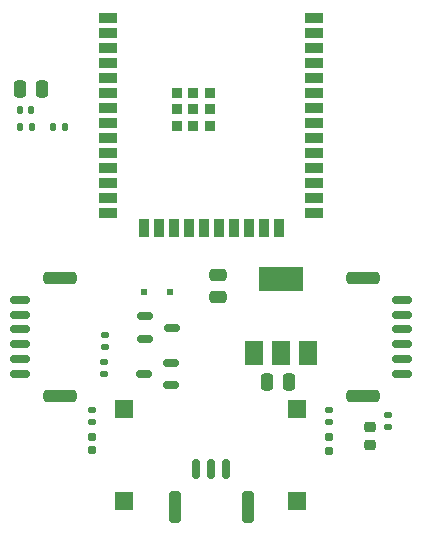
<source format=gbr>
%TF.GenerationSoftware,KiCad,Pcbnew,6.0.10-86aedd382b~118~ubuntu22.04.1*%
%TF.CreationDate,2023-02-07T20:32:30+01:00*%
%TF.ProjectId,mainBoard,6d61696e-426f-4617-9264-2e6b69636164,rev?*%
%TF.SameCoordinates,Original*%
%TF.FileFunction,Paste,Top*%
%TF.FilePolarity,Positive*%
%FSLAX46Y46*%
G04 Gerber Fmt 4.6, Leading zero omitted, Abs format (unit mm)*
G04 Created by KiCad (PCBNEW 6.0.10-86aedd382b~118~ubuntu22.04.1) date 2023-02-07 20:32:30*
%MOMM*%
%LPD*%
G01*
G04 APERTURE LIST*
G04 Aperture macros list*
%AMRoundRect*
0 Rectangle with rounded corners*
0 $1 Rounding radius*
0 $2 $3 $4 $5 $6 $7 $8 $9 X,Y pos of 4 corners*
0 Add a 4 corners polygon primitive as box body*
4,1,4,$2,$3,$4,$5,$6,$7,$8,$9,$2,$3,0*
0 Add four circle primitives for the rounded corners*
1,1,$1+$1,$2,$3*
1,1,$1+$1,$4,$5*
1,1,$1+$1,$6,$7*
1,1,$1+$1,$8,$9*
0 Add four rect primitives between the rounded corners*
20,1,$1+$1,$2,$3,$4,$5,0*
20,1,$1+$1,$4,$5,$6,$7,0*
20,1,$1+$1,$6,$7,$8,$9,0*
20,1,$1+$1,$8,$9,$2,$3,0*%
G04 Aperture macros list end*
%ADD10RoundRect,0.150000X0.700000X-0.150000X0.700000X0.150000X-0.700000X0.150000X-0.700000X-0.150000X0*%
%ADD11RoundRect,0.250000X1.150000X-0.250000X1.150000X0.250000X-1.150000X0.250000X-1.150000X-0.250000X0*%
%ADD12RoundRect,0.155000X0.155000X-0.212500X0.155000X0.212500X-0.155000X0.212500X-0.155000X-0.212500X0*%
%ADD13RoundRect,0.150000X-0.512500X-0.150000X0.512500X-0.150000X0.512500X0.150000X-0.512500X0.150000X0*%
%ADD14RoundRect,0.250000X-0.250000X-0.475000X0.250000X-0.475000X0.250000X0.475000X-0.250000X0.475000X0*%
%ADD15R,0.500000X0.500000*%
%ADD16RoundRect,0.250000X-0.475000X0.250000X-0.475000X-0.250000X0.475000X-0.250000X0.475000X0.250000X0*%
%ADD17RoundRect,0.135000X-0.135000X-0.185000X0.135000X-0.185000X0.135000X0.185000X-0.135000X0.185000X0*%
%ADD18RoundRect,0.140000X-0.140000X-0.170000X0.140000X-0.170000X0.140000X0.170000X-0.140000X0.170000X0*%
%ADD19RoundRect,0.218750X0.256250X-0.218750X0.256250X0.218750X-0.256250X0.218750X-0.256250X-0.218750X0*%
%ADD20RoundRect,0.135000X-0.185000X0.135000X-0.185000X-0.135000X0.185000X-0.135000X0.185000X0.135000X0*%
%ADD21RoundRect,0.135000X0.185000X-0.135000X0.185000X0.135000X-0.185000X0.135000X-0.185000X-0.135000X0*%
%ADD22RoundRect,0.250000X0.250000X0.475000X-0.250000X0.475000X-0.250000X-0.475000X0.250000X-0.475000X0*%
%ADD23RoundRect,0.150000X-0.700000X0.150000X-0.700000X-0.150000X0.700000X-0.150000X0.700000X0.150000X0*%
%ADD24RoundRect,0.250000X-1.150000X0.250000X-1.150000X-0.250000X1.150000X-0.250000X1.150000X0.250000X0*%
%ADD25RoundRect,0.150000X-0.150000X-0.700000X0.150000X-0.700000X0.150000X0.700000X-0.150000X0.700000X0*%
%ADD26RoundRect,0.250000X-0.250000X-1.100000X0.250000X-1.100000X0.250000X1.100000X-0.250000X1.100000X0*%
%ADD27R,1.500000X0.900000*%
%ADD28R,0.900000X1.500000*%
%ADD29R,0.900000X0.900000*%
%ADD30R,1.500000X1.500000*%
%ADD31RoundRect,0.150000X0.512500X0.150000X-0.512500X0.150000X-0.512500X-0.150000X0.512500X-0.150000X0*%
%ADD32R,1.500000X2.000000*%
%ADD33R,3.800000X2.000000*%
G04 APERTURE END LIST*
D10*
%TO.C,J2*%
X113710000Y-87580000D03*
X113710000Y-86330000D03*
X113710000Y-85080000D03*
X113710000Y-83830000D03*
X113710000Y-82580000D03*
X113710000Y-81330000D03*
D11*
X110360000Y-79480000D03*
X110360000Y-89430000D03*
%TD*%
D12*
%TO.C,C6*%
X107492800Y-94090300D03*
X107492800Y-92955300D03*
%TD*%
D13*
%TO.C,Q1*%
X91928100Y-82717600D03*
X91928100Y-84617600D03*
X94203100Y-83667600D03*
%TD*%
D14*
%TO.C,C4*%
X81330800Y-63500000D03*
X83230800Y-63500000D03*
%TD*%
D15*
%TO.C,D2*%
X94064000Y-80619600D03*
X91864000Y-80619600D03*
%TD*%
D16*
%TO.C,C2*%
X98094800Y-79212400D03*
X98094800Y-81112400D03*
%TD*%
D17*
%TO.C,R2*%
X81363159Y-66674000D03*
X82383159Y-66674000D03*
%TD*%
D18*
%TO.C,C3*%
X84188400Y-66700400D03*
X85148400Y-66700400D03*
%TD*%
D19*
%TO.C,D1*%
X110947200Y-93649900D03*
X110947200Y-92074900D03*
%TD*%
D20*
%TO.C,R5*%
X107492800Y-90625200D03*
X107492800Y-91645200D03*
%TD*%
%TO.C,R1*%
X112471200Y-91031600D03*
X112471200Y-92051600D03*
%TD*%
D21*
%TO.C,R3*%
X88442800Y-87581200D03*
X88442800Y-86561200D03*
%TD*%
D22*
%TO.C,C1*%
X104124800Y-88290400D03*
X102224800Y-88290400D03*
%TD*%
D21*
%TO.C,R4*%
X88544400Y-85295200D03*
X88544400Y-84275200D03*
%TD*%
D18*
%TO.C,C5*%
X81343600Y-65278000D03*
X82303600Y-65278000D03*
%TD*%
D23*
%TO.C,J3*%
X81362000Y-81330000D03*
X81362000Y-82580000D03*
X81362000Y-83830000D03*
X81362000Y-85080000D03*
X81362000Y-86330000D03*
X81362000Y-87580000D03*
D24*
X84712000Y-89430000D03*
X84712000Y-79480000D03*
%TD*%
D12*
%TO.C,C7*%
X87426800Y-94039500D03*
X87426800Y-92904500D03*
%TD*%
D25*
%TO.C,J4*%
X96286000Y-95686000D03*
X97536000Y-95686000D03*
X98786000Y-95686000D03*
D26*
X100636000Y-98886000D03*
X94436000Y-98886000D03*
%TD*%
D27*
%TO.C,U2*%
X88786000Y-57482000D03*
X88786000Y-58752000D03*
X88786000Y-60022000D03*
X88786000Y-61292000D03*
X88786000Y-62562000D03*
X88786000Y-63832000D03*
X88786000Y-65102000D03*
X88786000Y-66372000D03*
X88786000Y-67642000D03*
X88786000Y-68912000D03*
X88786000Y-70182000D03*
X88786000Y-71452000D03*
X88786000Y-72722000D03*
X88786000Y-73992000D03*
D28*
X91816000Y-75242000D03*
X93086000Y-75242000D03*
X94356000Y-75242000D03*
X95626000Y-75242000D03*
X96896000Y-75242000D03*
X98166000Y-75242000D03*
X99436000Y-75242000D03*
X100706000Y-75242000D03*
X101976000Y-75242000D03*
X103246000Y-75242000D03*
D27*
X106286000Y-73992000D03*
X106286000Y-72722000D03*
X106286000Y-71452000D03*
X106286000Y-70182000D03*
X106286000Y-68912000D03*
X106286000Y-67642000D03*
X106286000Y-66372000D03*
X106286000Y-65102000D03*
X106286000Y-63832000D03*
X106286000Y-62562000D03*
X106286000Y-61292000D03*
X106286000Y-60022000D03*
X106286000Y-58752000D03*
X106286000Y-57482000D03*
D29*
X96036000Y-66602000D03*
X96036000Y-63802000D03*
X97436000Y-63802000D03*
X97436000Y-65202000D03*
X97436000Y-66602000D03*
X94636000Y-65202000D03*
X94636000Y-66602000D03*
X94636000Y-63802000D03*
X96036000Y-65202000D03*
%TD*%
D30*
%TO.C,SW1*%
X104800400Y-98388000D03*
X104800400Y-90588000D03*
%TD*%
D31*
%TO.C,Q2*%
X94152300Y-88529200D03*
X94152300Y-86629200D03*
X91877300Y-87579200D03*
%TD*%
D30*
%TO.C,SW2*%
X90170000Y-98388000D03*
X90170000Y-90588000D03*
%TD*%
D32*
%TO.C,U1*%
X101128800Y-85852400D03*
X103428800Y-85852400D03*
D33*
X103428800Y-79552400D03*
D32*
X105728800Y-85852400D03*
%TD*%
D20*
%TO.C,R6*%
X87426800Y-90625200D03*
X87426800Y-91645200D03*
%TD*%
M02*

</source>
